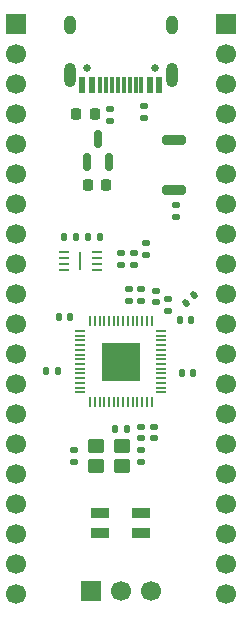
<source format=gbr>
%TF.GenerationSoftware,KiCad,Pcbnew,9.0.6*%
%TF.CreationDate,2025-11-22T23:37:22-05:00*%
%TF.ProjectId,DEVBOARD,44455642-4f41-4524-942e-6b696361645f,rev?*%
%TF.SameCoordinates,Original*%
%TF.FileFunction,Soldermask,Top*%
%TF.FilePolarity,Negative*%
%FSLAX46Y46*%
G04 Gerber Fmt 4.6, Leading zero omitted, Abs format (unit mm)*
G04 Created by KiCad (PCBNEW 9.0.6) date 2025-11-22 23:37:22*
%MOMM*%
%LPD*%
G01*
G04 APERTURE LIST*
G04 Aperture macros list*
%AMRoundRect*
0 Rectangle with rounded corners*
0 $1 Rounding radius*
0 $2 $3 $4 $5 $6 $7 $8 $9 X,Y pos of 4 corners*
0 Add a 4 corners polygon primitive as box body*
4,1,4,$2,$3,$4,$5,$6,$7,$8,$9,$2,$3,0*
0 Add four circle primitives for the rounded corners*
1,1,$1+$1,$2,$3*
1,1,$1+$1,$4,$5*
1,1,$1+$1,$6,$7*
1,1,$1+$1,$8,$9*
0 Add four rect primitives between the rounded corners*
20,1,$1+$1,$2,$3,$4,$5,0*
20,1,$1+$1,$4,$5,$6,$7,0*
20,1,$1+$1,$6,$7,$8,$9,0*
20,1,$1+$1,$8,$9,$2,$3,0*%
G04 Aperture macros list end*
%ADD10C,0.650000*%
%ADD11R,0.600000X1.450000*%
%ADD12R,0.300000X1.450000*%
%ADD13O,1.000000X2.100000*%
%ADD14O,1.000000X1.600000*%
%ADD15RoundRect,0.200000X-0.800000X0.200000X-0.800000X-0.200000X0.800000X-0.200000X0.800000X0.200000X0*%
%ADD16RoundRect,0.140000X0.170000X-0.140000X0.170000X0.140000X-0.170000X0.140000X-0.170000X-0.140000X0*%
%ADD17RoundRect,0.140000X0.140000X0.170000X-0.140000X0.170000X-0.140000X-0.170000X0.140000X-0.170000X0*%
%ADD18RoundRect,0.225000X0.225000X0.250000X-0.225000X0.250000X-0.225000X-0.250000X0.225000X-0.250000X0*%
%ADD19RoundRect,0.050000X-0.387500X-0.050000X0.387500X-0.050000X0.387500X0.050000X-0.387500X0.050000X0*%
%ADD20RoundRect,0.050000X-0.050000X-0.387500X0.050000X-0.387500X0.050000X0.387500X-0.050000X0.387500X0*%
%ADD21R,3.200000X3.200000*%
%ADD22RoundRect,0.135000X0.135000X0.185000X-0.135000X0.185000X-0.135000X-0.185000X0.135000X-0.185000X0*%
%ADD23R,1.700000X1.700000*%
%ADD24C,1.700000*%
%ADD25RoundRect,0.135000X-0.185000X0.135000X-0.185000X-0.135000X0.185000X-0.135000X0.185000X0.135000X0*%
%ADD26RoundRect,0.062500X-0.387500X-0.062500X0.387500X-0.062500X0.387500X0.062500X-0.387500X0.062500X0*%
%ADD27R,0.200000X1.600000*%
%ADD28RoundRect,0.250000X0.450000X0.350000X-0.450000X0.350000X-0.450000X-0.350000X0.450000X-0.350000X0*%
%ADD29R,1.600000X0.850000*%
%ADD30RoundRect,0.140000X-0.140000X-0.170000X0.140000X-0.170000X0.140000X0.170000X-0.140000X0.170000X0*%
%ADD31RoundRect,0.135000X-0.135000X-0.185000X0.135000X-0.185000X0.135000X0.185000X-0.135000X0.185000X0*%
%ADD32RoundRect,0.140000X0.021213X-0.219203X0.219203X-0.021213X-0.021213X0.219203X-0.219203X0.021213X0*%
%ADD33RoundRect,0.150000X0.150000X-0.587500X0.150000X0.587500X-0.150000X0.587500X-0.150000X-0.587500X0*%
%ADD34RoundRect,0.140000X-0.170000X0.140000X-0.170000X-0.140000X0.170000X-0.140000X0.170000X0.140000X0*%
G04 APERTURE END LIST*
D10*
%TO.C,J1*%
X98390000Y-60100000D03*
X92610000Y-60100000D03*
D11*
X98750000Y-61545000D03*
X97950000Y-61545000D03*
D12*
X96750000Y-61545000D03*
X95750000Y-61545000D03*
X95250000Y-61545000D03*
X94250000Y-61545000D03*
D11*
X93050000Y-61545000D03*
X92250000Y-61545000D03*
X92250000Y-61545000D03*
X93050000Y-61545000D03*
D12*
X93750000Y-61545000D03*
X94750000Y-61545000D03*
X96250000Y-61545000D03*
X97250000Y-61545000D03*
D11*
X97950000Y-61545000D03*
X98750000Y-61545000D03*
D13*
X99820000Y-60630000D03*
D14*
X99820000Y-56450000D03*
D13*
X91180000Y-60630000D03*
D14*
X91180000Y-56450000D03*
%TD*%
D15*
%TO.C,SW1*%
X100000000Y-66200000D03*
X100000000Y-70400000D03*
%TD*%
D16*
%TO.C,C16*%
X97200000Y-93397500D03*
X97200000Y-92437500D03*
%TD*%
D17*
%TO.C,C3*%
X90160000Y-85700000D03*
X89200000Y-85700000D03*
%TD*%
D18*
%TO.C,C13*%
X93275000Y-64000000D03*
X91725000Y-64000000D03*
%TD*%
D17*
%TO.C,C4*%
X91200000Y-81200000D03*
X90240000Y-81200000D03*
%TD*%
D19*
%TO.C,U1*%
X92062500Y-82337500D03*
X92062500Y-82737500D03*
X92062500Y-83137500D03*
X92062500Y-83537500D03*
X92062500Y-83937500D03*
X92062500Y-84337500D03*
X92062500Y-84737500D03*
X92062500Y-85137500D03*
X92062500Y-85537500D03*
X92062500Y-85937500D03*
X92062500Y-86337500D03*
X92062500Y-86737500D03*
X92062500Y-87137500D03*
X92062500Y-87537500D03*
D20*
X92900000Y-88375000D03*
X93300000Y-88375000D03*
X93700000Y-88375000D03*
X94100000Y-88375000D03*
X94500000Y-88375000D03*
X94900000Y-88375000D03*
X95300000Y-88375000D03*
X95700000Y-88375000D03*
X96100000Y-88375000D03*
X96500000Y-88375000D03*
X96900000Y-88375000D03*
X97300000Y-88375000D03*
X97700000Y-88375000D03*
X98100000Y-88375000D03*
D19*
X98937500Y-87537500D03*
X98937500Y-87137500D03*
X98937500Y-86737500D03*
X98937500Y-86337500D03*
X98937500Y-85937500D03*
X98937500Y-85537500D03*
X98937500Y-85137500D03*
X98937500Y-84737500D03*
X98937500Y-84337500D03*
X98937500Y-83937500D03*
X98937500Y-83537500D03*
X98937500Y-83137500D03*
X98937500Y-82737500D03*
X98937500Y-82337500D03*
D20*
X98100000Y-81500000D03*
X97700000Y-81500000D03*
X97300000Y-81500000D03*
X96900000Y-81500000D03*
X96500000Y-81500000D03*
X96100000Y-81500000D03*
X95700000Y-81500000D03*
X95300000Y-81500000D03*
X94900000Y-81500000D03*
X94500000Y-81500000D03*
X94100000Y-81500000D03*
X93700000Y-81500000D03*
X93300000Y-81500000D03*
X92900000Y-81500000D03*
D21*
X95500000Y-84937500D03*
%TD*%
D16*
%TO.C,C11*%
X98500000Y-79917500D03*
X98500000Y-78957500D03*
%TD*%
D22*
%TO.C,R5*%
X96010000Y-90637500D03*
X94990000Y-90637500D03*
%TD*%
D23*
%TO.C,J2*%
X86610000Y-56370000D03*
D24*
X86610000Y-58910000D03*
X86610000Y-61450000D03*
X86610000Y-63990000D03*
X86610000Y-66530000D03*
X86610000Y-69070000D03*
X86610000Y-71610000D03*
X86610000Y-74150000D03*
X86610000Y-76690000D03*
X86610000Y-79230000D03*
X86610000Y-81770000D03*
X86610000Y-84310000D03*
X86610000Y-86850000D03*
X86610000Y-89390000D03*
X86610000Y-91930000D03*
X86610000Y-94470000D03*
X86610000Y-97010000D03*
X86610000Y-99550000D03*
X86610000Y-102090000D03*
X86610000Y-104630000D03*
%TD*%
D25*
%TO.C,R4*%
X97200000Y-78780000D03*
X97200000Y-79800000D03*
%TD*%
D16*
%TO.C,C7*%
X97600000Y-75880000D03*
X97600000Y-74920000D03*
%TD*%
D26*
%TO.C,U3*%
X90650000Y-75687500D03*
X90650000Y-76187500D03*
X90650000Y-76687500D03*
X90650000Y-77187500D03*
X93500000Y-77187500D03*
X93500000Y-76687500D03*
X93500000Y-76187500D03*
X93500000Y-75687500D03*
D27*
X92075000Y-76437500D03*
%TD*%
D18*
%TO.C,C14*%
X94275000Y-70000000D03*
X92725000Y-70000000D03*
%TD*%
D23*
%TO.C,J3*%
X104390000Y-56370000D03*
D24*
X104390000Y-58910000D03*
X104390000Y-61450000D03*
X104390000Y-63990000D03*
X104390000Y-66530000D03*
X104390000Y-69070000D03*
X104390000Y-71610000D03*
X104390000Y-74150000D03*
X104390000Y-76690000D03*
X104390000Y-79230000D03*
X104390000Y-81770000D03*
X104390000Y-84310000D03*
X104390000Y-86850000D03*
X104390000Y-89390000D03*
X104390000Y-91930000D03*
X104390000Y-94470000D03*
X104390000Y-97010000D03*
X104390000Y-99550000D03*
X104390000Y-102090000D03*
X104390000Y-104630000D03*
%TD*%
D28*
%TO.C,Y1*%
X95600000Y-92087500D03*
X93400000Y-92087500D03*
X93400000Y-93787500D03*
X95600000Y-93787500D03*
%TD*%
D25*
%TO.C,R1*%
X97500000Y-63290000D03*
X97500000Y-64310000D03*
%TD*%
D16*
%TO.C,C5*%
X99500000Y-80617500D03*
X99500000Y-79657500D03*
%TD*%
D25*
%TO.C,R2*%
X94600000Y-63580000D03*
X94600000Y-64600000D03*
%TD*%
D29*
%TO.C,D1*%
X93750000Y-97725000D03*
X93750000Y-99475000D03*
X97250000Y-99475000D03*
X97250000Y-97725000D03*
%TD*%
D16*
%TO.C,C6*%
X96600000Y-76717500D03*
X96600000Y-75757500D03*
%TD*%
%TO.C,C12*%
X95500000Y-76717500D03*
X95500000Y-75757500D03*
%TD*%
D30*
%TO.C,C8*%
X100520000Y-81437500D03*
X101480000Y-81437500D03*
%TD*%
D31*
%TO.C,R7*%
X90680000Y-74400000D03*
X91700000Y-74400000D03*
%TD*%
D25*
%TO.C,R3*%
X96200000Y-78780000D03*
X96200000Y-79800000D03*
%TD*%
D23*
%TO.C,J4*%
X92960000Y-104390000D03*
D24*
X95500000Y-104390000D03*
X98040000Y-104390000D03*
%TD*%
D30*
%TO.C,C9*%
X100640000Y-85937500D03*
X101600000Y-85937500D03*
%TD*%
D32*
%TO.C,C1*%
X101000000Y-79937500D03*
X101678822Y-79258678D03*
%TD*%
D25*
%TO.C,R6*%
X100200000Y-71700000D03*
X100200000Y-72720000D03*
%TD*%
D33*
%TO.C,U2*%
X92600000Y-68000000D03*
X94500000Y-68000000D03*
X93550000Y-66125000D03*
%TD*%
D34*
%TO.C,C15*%
X91500000Y-92437500D03*
X91500000Y-93397500D03*
%TD*%
D17*
%TO.C,C17*%
X93700000Y-74400000D03*
X92740000Y-74400000D03*
%TD*%
D34*
%TO.C,C10*%
X98300000Y-90457500D03*
X98300000Y-91417500D03*
%TD*%
%TO.C,C2*%
X97200000Y-90457500D03*
X97200000Y-91417500D03*
%TD*%
M02*

</source>
